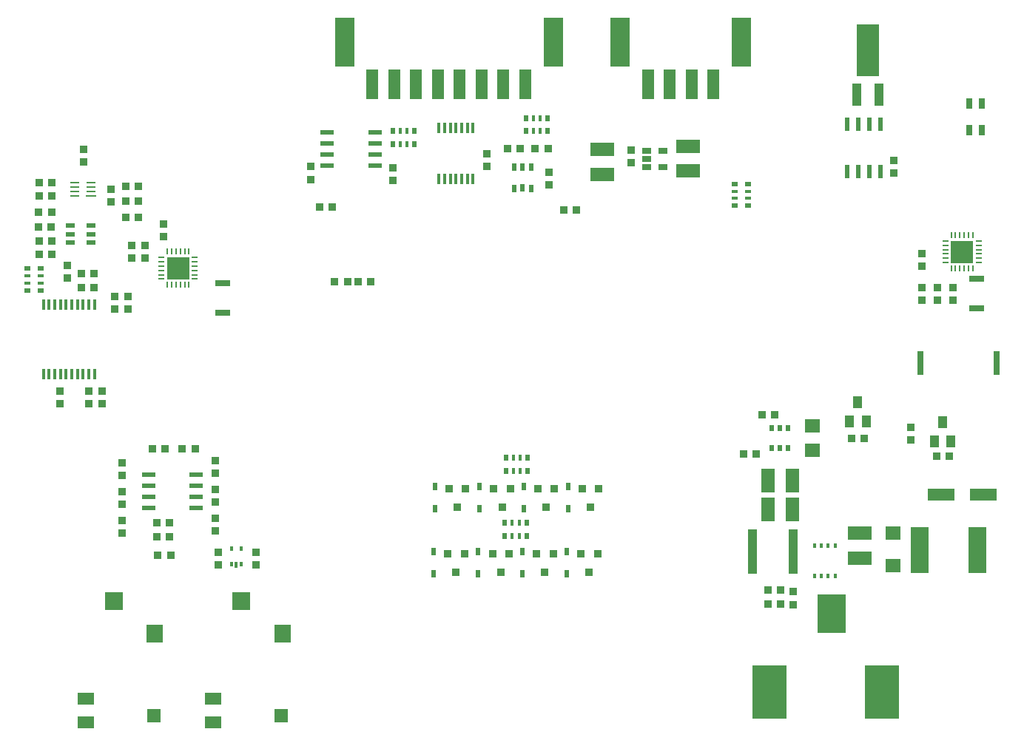
<source format=gtp>
G04*
G04 #@! TF.GenerationSoftware,Altium Limited,Altium Designer,19.0.8 (182)*
G04*
G04 Layer_Color=8421504*
%FSLAX25Y25*%
%MOIN*%
G70*
G01*
G75*
%ADD23R,0.02200X0.03000*%
%ADD24R,0.03740X0.03740*%
%ADD25R,0.04173X0.02559*%
%ADD26R,0.10700X0.06300*%
%ADD27R,0.03740X0.03740*%
%ADD28R,0.02362X0.02953*%
%ADD29R,0.01575X0.02953*%
%ADD30R,0.08661X0.22047*%
%ADD31R,0.05512X0.13386*%
%ADD32R,0.03200X0.03600*%
%ADD33R,0.02400X0.03200*%
%ADD34R,0.02400X0.03200*%
%ADD35R,0.01200X0.04800*%
%ADD36R,0.02953X0.02362*%
%ADD37R,0.02953X0.01575*%
%ADD38O,0.04528X0.00984*%
%ADD39R,0.04528X0.00984*%
%ADD40R,0.02756X0.00984*%
%ADD41R,0.10236X0.10236*%
%ADD42R,0.00984X0.02756*%
%ADD43R,0.11900X0.05600*%
%ADD44R,0.02800X0.04800*%
%ADD45R,0.06693X0.03150*%
%ADD46R,0.07480X0.05512*%
%ADD47R,0.07874X0.08268*%
%ADD48R,0.05906X0.06299*%
%ADD49R,0.07480X0.08268*%
%ADD50R,0.04000X0.05600*%
%ADD51R,0.02756X0.11024*%
%ADD52R,0.10236X0.10236*%
%ADD53R,0.06200X0.02400*%
%ADD54R,0.07100X0.06300*%
%ADD55R,0.03937X0.20079*%
%ADD56R,0.12992X0.17323*%
%ADD57R,0.15354X0.24410*%
%ADD58R,0.07900X0.20900*%
%ADD59R,0.06600X0.06000*%
%ADD60R,0.06300X0.10700*%
%ADD61R,0.02400X0.06000*%
%ADD62R,0.01500X0.02000*%
%ADD63R,0.01200X0.02600*%
%ADD64R,0.06000X0.02400*%
%ADD65R,0.01496X0.04921*%
%ADD66R,0.04000X0.09900*%
%ADD67R,0.09900X0.23700*%
%ADD68R,0.01496X0.02362*%
%ADD69R,0.04331X0.02200*%
D23*
X369617Y130000D02*
D03*
X373357D02*
D03*
X377157D02*
D03*
Y139000D02*
D03*
X369617D02*
D03*
X373357D02*
D03*
D24*
X256354Y265233D02*
D03*
X250646D02*
D03*
X39706Y249840D02*
D03*
X45414D02*
D03*
X39499Y236300D02*
D03*
X45208D02*
D03*
X84354Y241500D02*
D03*
X78646D02*
D03*
X39486Y229881D02*
D03*
X45195D02*
D03*
X92665Y90198D02*
D03*
X98374D02*
D03*
X96373Y129698D02*
D03*
X90665D02*
D03*
X368098Y59654D02*
D03*
X373807D02*
D03*
X362807Y127500D02*
D03*
X357098D02*
D03*
X373807Y66154D02*
D03*
X368098D02*
D03*
X449807Y126500D02*
D03*
X444098D02*
D03*
X45414Y243840D02*
D03*
X39706D02*
D03*
X78646Y248000D02*
D03*
X84354D02*
D03*
X84389Y234040D02*
D03*
X78680D02*
D03*
X64314Y208840D02*
D03*
X58605D02*
D03*
X64514Y202440D02*
D03*
X58806D02*
D03*
X45354Y217500D02*
D03*
X39646D02*
D03*
X45354Y223500D02*
D03*
X39646D02*
D03*
X98403Y96498D02*
D03*
X92695D02*
D03*
X93165Y81698D02*
D03*
X98874D02*
D03*
X109873Y129698D02*
D03*
X104165D02*
D03*
X268882Y265233D02*
D03*
X263173D02*
D03*
X281727Y237500D02*
D03*
X276018D02*
D03*
X189045Y205173D02*
D03*
X183336D02*
D03*
X172848D02*
D03*
X178557D02*
D03*
X166146Y238700D02*
D03*
X171854D02*
D03*
X411307Y134500D02*
D03*
X405598D02*
D03*
X371154Y145000D02*
D03*
X365446D02*
D03*
D25*
X320740Y264190D02*
D03*
Y256710D02*
D03*
X313260D02*
D03*
Y260450D02*
D03*
Y264190D02*
D03*
D26*
X332000Y255087D02*
D03*
Y266198D02*
D03*
X293500Y264632D02*
D03*
Y253520D02*
D03*
X409452Y80488D02*
D03*
Y91600D02*
D03*
D27*
X306500Y258646D02*
D03*
Y264354D02*
D03*
X87260Y221541D02*
D03*
Y215832D02*
D03*
X59760Y264741D02*
D03*
Y259032D02*
D03*
X73760Y192832D02*
D03*
Y198541D02*
D03*
X79760Y192832D02*
D03*
Y198541D02*
D03*
X72060Y240986D02*
D03*
Y246694D02*
D03*
X119019Y92844D02*
D03*
Y98552D02*
D03*
Y105844D02*
D03*
Y111552D02*
D03*
Y124552D02*
D03*
Y118844D02*
D03*
X77019Y104844D02*
D03*
Y110552D02*
D03*
Y117844D02*
D03*
Y123552D02*
D03*
Y91844D02*
D03*
Y97552D02*
D03*
X120519Y77344D02*
D03*
Y83052D02*
D03*
X451380Y196824D02*
D03*
Y202533D02*
D03*
X444380D02*
D03*
Y196824D02*
D03*
X52260Y212541D02*
D03*
Y206832D02*
D03*
X49000Y155854D02*
D03*
Y150146D02*
D03*
X432452Y139354D02*
D03*
Y133646D02*
D03*
X95760Y225332D02*
D03*
Y231041D02*
D03*
X81260Y215876D02*
D03*
Y221584D02*
D03*
X62000Y155854D02*
D03*
Y150146D02*
D03*
X68000Y155854D02*
D03*
Y150146D02*
D03*
X379452Y65267D02*
D03*
Y59559D02*
D03*
X137500Y82976D02*
D03*
Y77267D02*
D03*
X199000Y256396D02*
D03*
Y250687D02*
D03*
X162000Y256939D02*
D03*
Y251230D02*
D03*
X241500Y257146D02*
D03*
Y262854D02*
D03*
X269500Y248646D02*
D03*
Y254354D02*
D03*
X437380Y202533D02*
D03*
Y196824D02*
D03*
X437500Y212146D02*
D03*
Y217854D02*
D03*
X424700Y253946D02*
D03*
Y259654D02*
D03*
D28*
X259343Y96312D02*
D03*
Y90407D02*
D03*
X249500Y96312D02*
D03*
Y90407D02*
D03*
X259870Y125612D02*
D03*
Y119707D02*
D03*
X250028Y125612D02*
D03*
Y119707D02*
D03*
X268847Y278906D02*
D03*
Y273000D02*
D03*
X259004Y278906D02*
D03*
Y273000D02*
D03*
X208846Y272990D02*
D03*
Y267085D02*
D03*
X199004Y272990D02*
D03*
Y267085D02*
D03*
D29*
X255996Y96312D02*
D03*
Y90407D02*
D03*
X252847Y96312D02*
D03*
Y90407D02*
D03*
X256524Y125612D02*
D03*
Y119707D02*
D03*
X253374Y125612D02*
D03*
Y119707D02*
D03*
X265500Y278906D02*
D03*
Y273000D02*
D03*
X262350Y278906D02*
D03*
Y273000D02*
D03*
X205500Y272990D02*
D03*
Y267085D02*
D03*
X202350Y272990D02*
D03*
Y267085D02*
D03*
D30*
X356041Y313094D02*
D03*
X301316D02*
D03*
X271311D02*
D03*
X177216D02*
D03*
D31*
X343443Y294000D02*
D03*
X333600D02*
D03*
X323758D02*
D03*
X313915D02*
D03*
X258713D02*
D03*
X248870D02*
D03*
X239028D02*
D03*
X229185D02*
D03*
X219342D02*
D03*
X209500D02*
D03*
X199657D02*
D03*
X189815D02*
D03*
D32*
X227500Y74007D02*
D03*
X223700Y82344D02*
D03*
X231240D02*
D03*
X228028Y103307D02*
D03*
X224228Y111644D02*
D03*
X231768D02*
D03*
X287500Y74007D02*
D03*
X283700Y82344D02*
D03*
X291240D02*
D03*
X288028Y103307D02*
D03*
X284228Y111644D02*
D03*
X291768D02*
D03*
X267500Y74007D02*
D03*
X263700Y82344D02*
D03*
X271240D02*
D03*
X268028Y103307D02*
D03*
X264228Y111644D02*
D03*
X271768D02*
D03*
X247760Y74070D02*
D03*
X243960Y82407D02*
D03*
X251500D02*
D03*
X248287Y103370D02*
D03*
X244487Y111707D02*
D03*
X252028D02*
D03*
D33*
X237500Y83328D02*
D03*
Y73407D02*
D03*
X238028Y112628D02*
D03*
Y102707D02*
D03*
X277500Y83328D02*
D03*
Y73407D02*
D03*
X278028Y112628D02*
D03*
Y102707D02*
D03*
X257500Y83328D02*
D03*
Y73407D02*
D03*
X258028Y112628D02*
D03*
Y102707D02*
D03*
X217500Y83328D02*
D03*
Y73407D02*
D03*
X218028Y112628D02*
D03*
Y102707D02*
D03*
D34*
X261300Y256724D02*
D03*
X257500D02*
D03*
X253760D02*
D03*
Y247200D02*
D03*
X261300D02*
D03*
X257500Y247276D02*
D03*
D35*
X235177Y251532D02*
D03*
X232618D02*
D03*
X230059D02*
D03*
X227500D02*
D03*
X224900D02*
D03*
X222300D02*
D03*
X219800D02*
D03*
X235177Y274449D02*
D03*
X232618D02*
D03*
X230059D02*
D03*
X227500D02*
D03*
X224900D02*
D03*
X222300D02*
D03*
X219800D02*
D03*
D36*
X358906Y239344D02*
D03*
X353000D02*
D03*
X358906Y249187D02*
D03*
X353000D02*
D03*
X34500Y210996D02*
D03*
X40405D02*
D03*
X34500Y201153D02*
D03*
X40405D02*
D03*
D37*
X358906Y242691D02*
D03*
X353000D02*
D03*
X358906Y245840D02*
D03*
X353000D02*
D03*
X34500Y207650D02*
D03*
X40405D02*
D03*
X34500Y204500D02*
D03*
X40405D02*
D03*
D38*
X55580Y247809D02*
D03*
Y245840D02*
D03*
Y243872D02*
D03*
X63060Y247809D02*
D03*
Y245840D02*
D03*
Y249777D02*
D03*
X55580D02*
D03*
D39*
X63060Y243872D02*
D03*
D40*
X94779Y216108D02*
D03*
Y214139D02*
D03*
Y212171D02*
D03*
Y210202D02*
D03*
Y208234D02*
D03*
Y206265D02*
D03*
X109740Y216108D02*
D03*
Y214139D02*
D03*
Y212171D02*
D03*
Y210202D02*
D03*
Y208234D02*
D03*
Y206265D02*
D03*
X462961Y223500D02*
D03*
Y221532D02*
D03*
Y219563D02*
D03*
Y217595D02*
D03*
Y215626D02*
D03*
Y213657D02*
D03*
X448000D02*
D03*
Y215626D02*
D03*
Y217595D02*
D03*
Y219563D02*
D03*
Y221532D02*
D03*
Y223500D02*
D03*
D41*
X102260Y211187D02*
D03*
D42*
X107181Y203706D02*
D03*
X105213D02*
D03*
X103244D02*
D03*
X101276D02*
D03*
X99307D02*
D03*
X97339D02*
D03*
Y218667D02*
D03*
X99307D02*
D03*
X101276D02*
D03*
X103244D02*
D03*
X105213D02*
D03*
X107181D02*
D03*
X450559Y211098D02*
D03*
X452528D02*
D03*
X454496D02*
D03*
X456465D02*
D03*
X458433D02*
D03*
X460402D02*
D03*
X450559Y226059D02*
D03*
X452528D02*
D03*
X454496D02*
D03*
X456465D02*
D03*
X458433D02*
D03*
X460402D02*
D03*
D43*
X446003Y109000D02*
D03*
X464952D02*
D03*
D44*
X458680Y285484D02*
D03*
X464236D02*
D03*
X458680Y273579D02*
D03*
X464236D02*
D03*
D45*
X462000Y193000D02*
D03*
Y206386D02*
D03*
X122260Y191187D02*
D03*
Y204573D02*
D03*
D46*
X118146Y17150D02*
D03*
Y6520D02*
D03*
X60646Y17150D02*
D03*
Y6520D02*
D03*
D47*
X130744Y61244D02*
D03*
X73244D02*
D03*
D48*
X148854Y9276D02*
D03*
X91354D02*
D03*
D49*
X149248Y46284D02*
D03*
X91748D02*
D03*
D50*
X442912Y133000D02*
D03*
X450452D02*
D03*
X446652Y141731D02*
D03*
X404712Y142169D02*
D03*
X412252D02*
D03*
X408452Y150900D02*
D03*
D51*
X471006Y168579D02*
D03*
X436754D02*
D03*
D52*
X455480Y218579D02*
D03*
D53*
X110219Y103198D02*
D03*
Y108198D02*
D03*
Y118198D02*
D03*
X88889Y103198D02*
D03*
Y108198D02*
D03*
Y118198D02*
D03*
X110219Y113198D02*
D03*
X88889D02*
D03*
D54*
X387952Y128988D02*
D03*
Y140100D02*
D03*
D55*
X379452Y83500D02*
D03*
X360948D02*
D03*
D56*
X396708Y55433D02*
D03*
D57*
X419346Y20000D02*
D03*
X368559D02*
D03*
D58*
X462444Y84000D02*
D03*
X436452D02*
D03*
D59*
X424452Y77100D02*
D03*
Y91900D02*
D03*
D60*
X367940Y102500D02*
D03*
X379052D02*
D03*
X367940Y115500D02*
D03*
X379052D02*
D03*
D61*
X403600Y254700D02*
D03*
Y276200D02*
D03*
X408600Y254700D02*
D03*
X413600D02*
D03*
X408600Y276200D02*
D03*
X413600D02*
D03*
X418600Y254700D02*
D03*
Y276200D02*
D03*
D62*
X126401Y84598D02*
D03*
X130719D02*
D03*
Y77852D02*
D03*
X126405D02*
D03*
D63*
X128519Y77564D02*
D03*
D64*
X169500Y272585D02*
D03*
X191000D02*
D03*
X169500Y267585D02*
D03*
Y262585D02*
D03*
X191000Y267585D02*
D03*
Y262585D02*
D03*
X169500Y257585D02*
D03*
X191000D02*
D03*
D65*
X41560Y163372D02*
D03*
X44119D02*
D03*
X46678D02*
D03*
X49237D02*
D03*
X51796D02*
D03*
X54355D02*
D03*
X56914D02*
D03*
X59473D02*
D03*
X62032D02*
D03*
X64591D02*
D03*
X64591Y194868D02*
D03*
X62032D02*
D03*
X59473D02*
D03*
X56914D02*
D03*
X54355D02*
D03*
X51796D02*
D03*
X49237D02*
D03*
X46678D02*
D03*
X44119D02*
D03*
X41560D02*
D03*
D66*
X408000Y289500D02*
D03*
X418000D02*
D03*
D67*
X413000Y309500D02*
D03*
D68*
X388877Y72264D02*
D03*
X392027D02*
D03*
X395177D02*
D03*
X398326D02*
D03*
X388877Y86043D02*
D03*
X392027D02*
D03*
X395177D02*
D03*
X398326D02*
D03*
D69*
X53611Y226520D02*
D03*
Y222840D02*
D03*
Y230380D02*
D03*
X63060D02*
D03*
Y226580D02*
D03*
Y222840D02*
D03*
M02*

</source>
